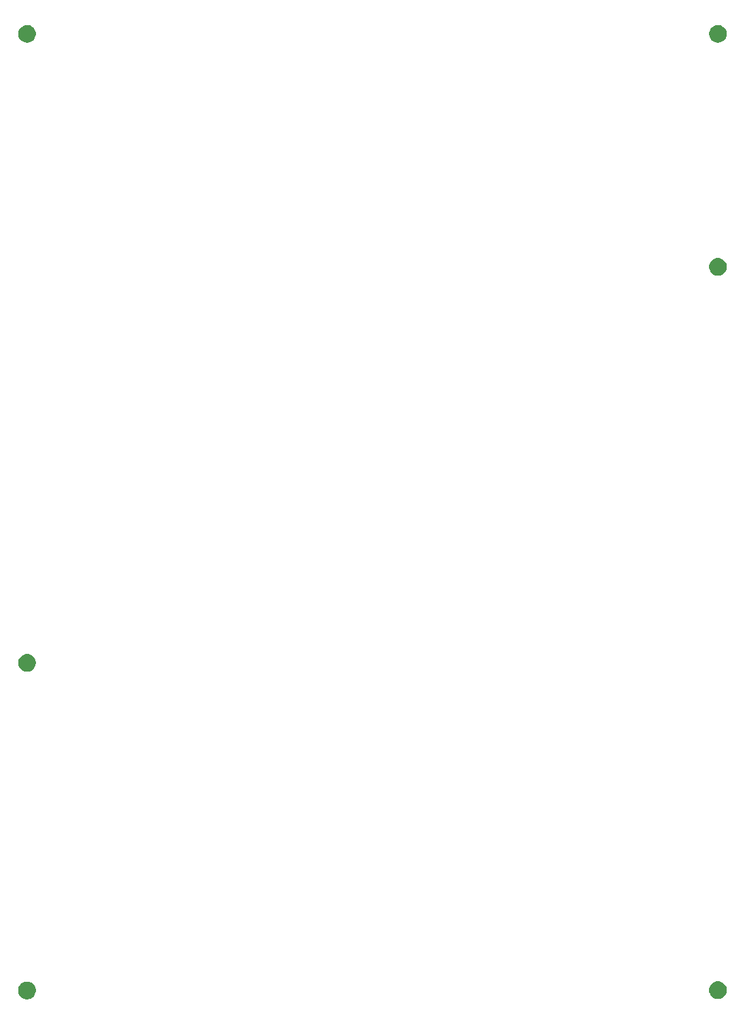
<source format=gts>
G04 #@! TF.GenerationSoftware,KiCad,Pcbnew,(5.1.5-0-10_14)*
G04 #@! TF.CreationDate,2020-05-14T05:34:13+09:00*
G04 #@! TF.ProjectId,N-bottom-v02,4e2d626f-7474-46f6-9d2d-7630322e6b69,rev?*
G04 #@! TF.SameCoordinates,Original*
G04 #@! TF.FileFunction,Soldermask,Top*
G04 #@! TF.FilePolarity,Negative*
%FSLAX46Y46*%
G04 Gerber Fmt 4.6, Leading zero omitted, Abs format (unit mm)*
G04 Created by KiCad (PCBNEW (5.1.5-0-10_14)) date 2020-05-14 05:34:13*
%MOMM*%
%LPD*%
G04 APERTURE LIST*
%ADD10C,0.100000*%
G04 APERTURE END LIST*
D10*
G36*
X85134795Y-152410156D02*
G01*
X85241150Y-152431311D01*
X85441520Y-152514307D01*
X85621844Y-152634795D01*
X85775205Y-152788156D01*
X85895693Y-152968480D01*
X85895693Y-152968481D01*
X85966263Y-153138850D01*
X85978689Y-153168851D01*
X86015033Y-153351560D01*
X86021000Y-153381561D01*
X86021000Y-153598439D01*
X85984657Y-153781149D01*
X85978689Y-153811149D01*
X85895693Y-154011520D01*
X85775205Y-154191844D01*
X85621844Y-154345205D01*
X85441520Y-154465693D01*
X85341334Y-154507191D01*
X85241150Y-154548689D01*
X85134795Y-154569844D01*
X85028440Y-154591000D01*
X84811560Y-154591000D01*
X84705205Y-154569844D01*
X84598850Y-154548689D01*
X84498666Y-154507191D01*
X84398480Y-154465693D01*
X84218156Y-154345205D01*
X84064795Y-154191844D01*
X83944307Y-154011520D01*
X83861311Y-153811149D01*
X83855344Y-153781149D01*
X83819000Y-153598439D01*
X83819000Y-153381561D01*
X83824968Y-153351560D01*
X83861311Y-153168851D01*
X83873738Y-153138850D01*
X83944307Y-152968481D01*
X83944307Y-152968480D01*
X84064795Y-152788156D01*
X84218156Y-152634795D01*
X84398480Y-152514307D01*
X84598850Y-152431311D01*
X84705205Y-152410156D01*
X84811560Y-152389000D01*
X85028440Y-152389000D01*
X85134795Y-152410156D01*
G37*
G36*
X171194794Y-152380155D02*
G01*
X171301150Y-152401311D01*
X171373576Y-152431311D01*
X171501520Y-152484307D01*
X171681844Y-152604795D01*
X171835205Y-152758156D01*
X171955693Y-152938480D01*
X172038689Y-153138850D01*
X172059845Y-153245206D01*
X172081000Y-153351560D01*
X172081000Y-153568440D01*
X172059845Y-153674794D01*
X172038689Y-153781150D01*
X171955693Y-153981520D01*
X171835205Y-154161844D01*
X171681844Y-154315205D01*
X171501520Y-154435693D01*
X171429093Y-154465693D01*
X171301150Y-154518689D01*
X171194794Y-154539845D01*
X171088440Y-154561000D01*
X170871560Y-154561000D01*
X170765206Y-154539845D01*
X170658850Y-154518689D01*
X170530907Y-154465693D01*
X170458480Y-154435693D01*
X170278156Y-154315205D01*
X170124795Y-154161844D01*
X170004307Y-153981520D01*
X169921311Y-153781150D01*
X169900155Y-153674794D01*
X169879000Y-153568440D01*
X169879000Y-153351560D01*
X169900155Y-153245206D01*
X169921311Y-153138850D01*
X169962809Y-153038666D01*
X170004307Y-152938480D01*
X170124795Y-152758156D01*
X170278156Y-152604795D01*
X170458480Y-152484307D01*
X170586424Y-152431311D01*
X170658850Y-152401311D01*
X170765206Y-152380155D01*
X170871560Y-152359000D01*
X171088440Y-152359000D01*
X171194794Y-152380155D01*
G37*
G36*
X85144795Y-111640156D02*
G01*
X85251150Y-111661311D01*
X85451520Y-111744307D01*
X85631844Y-111864795D01*
X85785205Y-112018156D01*
X85905693Y-112198480D01*
X85988689Y-112398851D01*
X86031000Y-112611560D01*
X86031000Y-112828440D01*
X85988689Y-113041149D01*
X85905693Y-113241520D01*
X85785205Y-113421844D01*
X85631844Y-113575205D01*
X85451520Y-113695693D01*
X85351334Y-113737191D01*
X85251150Y-113778689D01*
X85144794Y-113799845D01*
X85038440Y-113821000D01*
X84821560Y-113821000D01*
X84715206Y-113799845D01*
X84608850Y-113778689D01*
X84508666Y-113737191D01*
X84408480Y-113695693D01*
X84228156Y-113575205D01*
X84074795Y-113421844D01*
X83954307Y-113241520D01*
X83871311Y-113041149D01*
X83829000Y-112828440D01*
X83829000Y-112611560D01*
X83871311Y-112398851D01*
X83954307Y-112198480D01*
X84074795Y-112018156D01*
X84228156Y-111864795D01*
X84408480Y-111744307D01*
X84608850Y-111661311D01*
X84715205Y-111640156D01*
X84821560Y-111619000D01*
X85038440Y-111619000D01*
X85144795Y-111640156D01*
G37*
G36*
X171194794Y-62380155D02*
G01*
X171301150Y-62401311D01*
X171501520Y-62484307D01*
X171681844Y-62604795D01*
X171835205Y-62758156D01*
X171955693Y-62938480D01*
X172038689Y-63138851D01*
X172081000Y-63351560D01*
X172081000Y-63568440D01*
X172038689Y-63781149D01*
X171955693Y-63981520D01*
X171835205Y-64161844D01*
X171681844Y-64315205D01*
X171501520Y-64435693D01*
X171301150Y-64518689D01*
X171194795Y-64539844D01*
X171088440Y-64561000D01*
X170871560Y-64561000D01*
X170765205Y-64539844D01*
X170658850Y-64518689D01*
X170558666Y-64477191D01*
X170458480Y-64435693D01*
X170278156Y-64315205D01*
X170124795Y-64161844D01*
X170004307Y-63981520D01*
X169921311Y-63781149D01*
X169879000Y-63568440D01*
X169879000Y-63351560D01*
X169921311Y-63138851D01*
X170004307Y-62938480D01*
X170124795Y-62758156D01*
X170278156Y-62604795D01*
X170458480Y-62484307D01*
X170558666Y-62442809D01*
X170658850Y-62401311D01*
X170765206Y-62380155D01*
X170871560Y-62359000D01*
X171088440Y-62359000D01*
X171194794Y-62380155D01*
G37*
G36*
X171194795Y-33380156D02*
G01*
X171301150Y-33401311D01*
X171501520Y-33484307D01*
X171681844Y-33604795D01*
X171835205Y-33758156D01*
X171955693Y-33938480D01*
X172038689Y-34138851D01*
X172081000Y-34351560D01*
X172081000Y-34568440D01*
X172038689Y-34781149D01*
X171955693Y-34981520D01*
X171835205Y-35161844D01*
X171681844Y-35315205D01*
X171501520Y-35435693D01*
X171301150Y-35518689D01*
X171194795Y-35539844D01*
X171088440Y-35561000D01*
X170871560Y-35561000D01*
X170765205Y-35539844D01*
X170658850Y-35518689D01*
X170458480Y-35435693D01*
X170278156Y-35315205D01*
X170124795Y-35161844D01*
X170004307Y-34981520D01*
X169921311Y-34781149D01*
X169879000Y-34568440D01*
X169879000Y-34351560D01*
X169921311Y-34138851D01*
X170004307Y-33938480D01*
X170124795Y-33758156D01*
X170278156Y-33604795D01*
X170458480Y-33484307D01*
X170558666Y-33442809D01*
X170658850Y-33401311D01*
X170765205Y-33380156D01*
X170871560Y-33359000D01*
X171088440Y-33359000D01*
X171194795Y-33380156D01*
G37*
G36*
X85144795Y-33380156D02*
G01*
X85251150Y-33401311D01*
X85451520Y-33484307D01*
X85631844Y-33604795D01*
X85785205Y-33758156D01*
X85905693Y-33938480D01*
X85988689Y-34138851D01*
X86031000Y-34351560D01*
X86031000Y-34568440D01*
X85988689Y-34781149D01*
X85905693Y-34981520D01*
X85785205Y-35161844D01*
X85631844Y-35315205D01*
X85451520Y-35435693D01*
X85251150Y-35518689D01*
X85144795Y-35539844D01*
X85038440Y-35561000D01*
X84821560Y-35561000D01*
X84715205Y-35539844D01*
X84608850Y-35518689D01*
X84408480Y-35435693D01*
X84228156Y-35315205D01*
X84074795Y-35161844D01*
X83954307Y-34981520D01*
X83871311Y-34781149D01*
X83829000Y-34568440D01*
X83829000Y-34351560D01*
X83871311Y-34138851D01*
X83954307Y-33938480D01*
X84074795Y-33758156D01*
X84228156Y-33604795D01*
X84408480Y-33484307D01*
X84508666Y-33442809D01*
X84608850Y-33401311D01*
X84715205Y-33380156D01*
X84821560Y-33359000D01*
X85038440Y-33359000D01*
X85144795Y-33380156D01*
G37*
M02*

</source>
